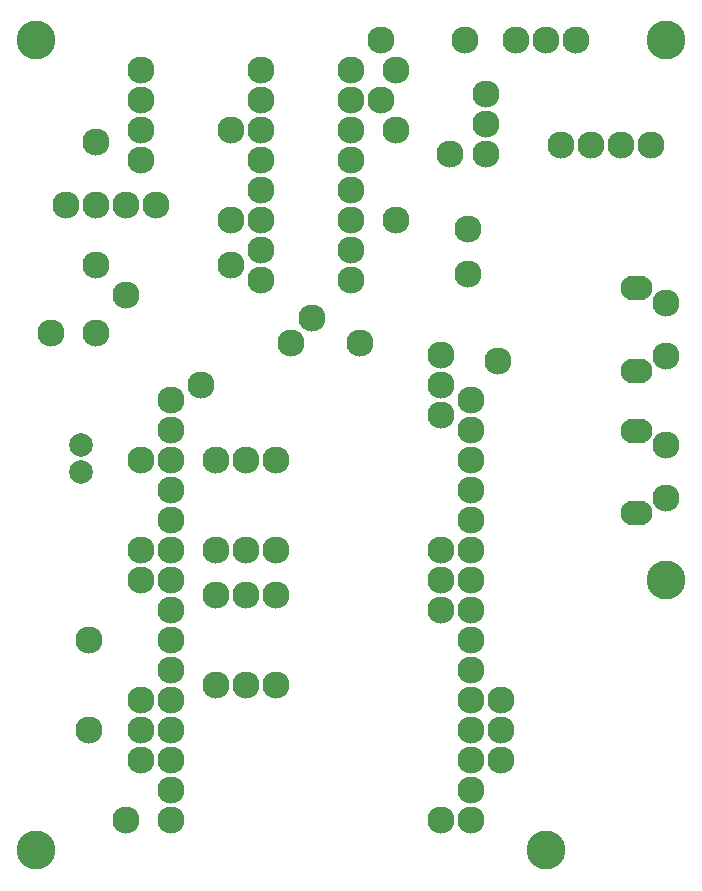
<source format=gbr>
%TF.GenerationSoftware,KiCad,Pcbnew,(5.1.6)-1*%
%TF.CreationDate,2023-05-06T10:29:23-05:00*%
%TF.ProjectId,pcb,7063622e-6b69-4636-9164-5f7063625858,rev?*%
%TF.SameCoordinates,Original*%
%TF.FileFunction,Soldermask,Bot*%
%TF.FilePolarity,Negative*%
%FSLAX46Y46*%
G04 Gerber Fmt 4.6, Leading zero omitted, Abs format (unit mm)*
G04 Created by KiCad (PCBNEW (5.1.6)-1) date 2023-05-06 10:29:23*
%MOMM*%
%LPD*%
G01*
G04 APERTURE LIST*
%ADD10C,2.300000*%
%ADD11C,3.300000*%
%ADD12C,2.000000*%
%ADD13C,2.100000*%
G04 APERTURE END LIST*
D10*
%TO.C,R1*%
X19304000Y29718000D03*
X19304000Y37338000D03*
%TD*%
%TO.C,R4*%
X24384000Y29718000D03*
X24384000Y37338000D03*
%TD*%
%TO.C,R6*%
X21844000Y29718000D03*
X21844000Y37338000D03*
%TD*%
%TO.C,U2*%
X40894000Y6858000D03*
X40894000Y9398000D03*
X40894000Y11938000D03*
X40894000Y14478000D03*
X40894000Y17018000D03*
X40894000Y19558000D03*
X40894000Y22098000D03*
X40894000Y24638000D03*
X40894000Y27178000D03*
X40894000Y29718000D03*
X40894000Y32258000D03*
X40894000Y34798000D03*
X40894000Y37338000D03*
X40894000Y39878000D03*
X40894000Y42418000D03*
X15494000Y42418000D03*
X15494000Y39878000D03*
X15494000Y37338000D03*
X15494000Y34798000D03*
X15494000Y32258000D03*
X15494000Y29718000D03*
X15494000Y27178000D03*
X15494000Y24638000D03*
X15494000Y22098000D03*
X15494000Y19558000D03*
X15494000Y17018000D03*
X15494000Y14478000D03*
X15494000Y11938000D03*
X15494000Y9398000D03*
X15494000Y6858000D03*
%TD*%
D11*
%TO.C,REF\u002A\u002A*%
X47244000Y4318000D03*
%TD*%
%TO.C,REF\u002A\u002A*%
X4064000Y4318000D03*
%TD*%
%TO.C,REF\u002A\u002A*%
X57404000Y27178000D03*
%TD*%
%TO.C,REF\u002A\u002A*%
X57404000Y72898000D03*
%TD*%
%TO.C,REF\u002A\u002A*%
X4064000Y72898000D03*
%TD*%
D10*
%TO.C,J5*%
X56134000Y64008000D03*
X53594000Y64008000D03*
X51054000Y64008000D03*
X48514000Y64008000D03*
%TD*%
%TO.C,C1*%
X9144000Y48133000D03*
X5344000Y48133000D03*
%TD*%
D12*
%TO.C,C3*%
X7874000Y38608000D03*
X7874000Y36308000D03*
%TD*%
D10*
%TO.C,J8*%
X49784000Y72898000D03*
X47244000Y72898000D03*
X44704000Y72898000D03*
%TD*%
%TO.C,R2*%
X8509000Y14478000D03*
X8509000Y22098000D03*
%TD*%
%TO.C,U1*%
X30734000Y52578000D03*
X23114000Y70358000D03*
X30734000Y55118000D03*
X23114000Y67818000D03*
X30734000Y57658000D03*
X23114000Y65278000D03*
X30734000Y60198000D03*
X23114000Y62738000D03*
X30734000Y62738000D03*
X23114000Y60198000D03*
X30734000Y65278000D03*
X23114000Y57658000D03*
X30734000Y67818000D03*
X23114000Y55118000D03*
X30734000Y70358000D03*
X23114000Y52578000D03*
%TD*%
%TO.C,R3*%
X19304000Y18288000D03*
X19304000Y25908000D03*
%TD*%
%TO.C,R5*%
X24384000Y18288000D03*
X24384000Y25908000D03*
%TD*%
%TO.C,R7*%
X21844000Y18288000D03*
X21844000Y25908000D03*
%TD*%
%TO.C,J1*%
X6604000Y58928000D03*
X9144000Y58928000D03*
X11684000Y58928000D03*
X14224000Y58928000D03*
%TD*%
%TO.C,J2*%
X42164000Y65786000D03*
X42164000Y63246000D03*
%TD*%
%TO.C,J3*%
X12954000Y65278000D03*
X12954000Y67818000D03*
%TD*%
D13*
%TO.C,SW1*%
X54614000Y39858000D03*
X54614000Y32848000D03*
X55214000Y39858000D03*
D10*
X57404000Y38608000D03*
X57404000Y34108000D03*
D13*
X55214000Y32848000D03*
%TD*%
%TO.C,SW2*%
X55214000Y44913000D03*
D10*
X57404000Y46173000D03*
X57404000Y50673000D03*
D13*
X55214000Y51923000D03*
X54614000Y44913000D03*
X54614000Y51923000D03*
%TD*%
D10*
%TO.C,C2*%
X40640000Y53096000D03*
X40640000Y56896000D03*
%TD*%
X9144000Y53848000D03*
X33274000Y72898000D03*
X34544000Y70358000D03*
X40386000Y72898000D03*
X20574000Y53848000D03*
X9144000Y64262000D03*
X38354000Y41148000D03*
X38354000Y6858000D03*
X38354000Y43688000D03*
X38354000Y46228000D03*
X18034000Y43688000D03*
X43180000Y45720000D03*
X34544000Y65278000D03*
X42164000Y68326000D03*
X39116000Y63246000D03*
X34544000Y57658000D03*
X12954000Y11938000D03*
X12954000Y14478000D03*
X12954000Y17018000D03*
X38354000Y29718000D03*
X38354000Y24638000D03*
X43434000Y14478000D03*
X12954000Y62738000D03*
X20574000Y57658000D03*
X20574000Y65278000D03*
X12954000Y70358000D03*
X25654000Y47244000D03*
X31496000Y47244000D03*
X33274000Y67818000D03*
X27432000Y49403000D03*
X12954000Y37338000D03*
X38354000Y27178000D03*
X43434000Y17018000D03*
X43434000Y11938000D03*
X11684000Y51308000D03*
X11684000Y6858000D03*
X12954000Y29718000D03*
X12954000Y27178000D03*
M02*

</source>
